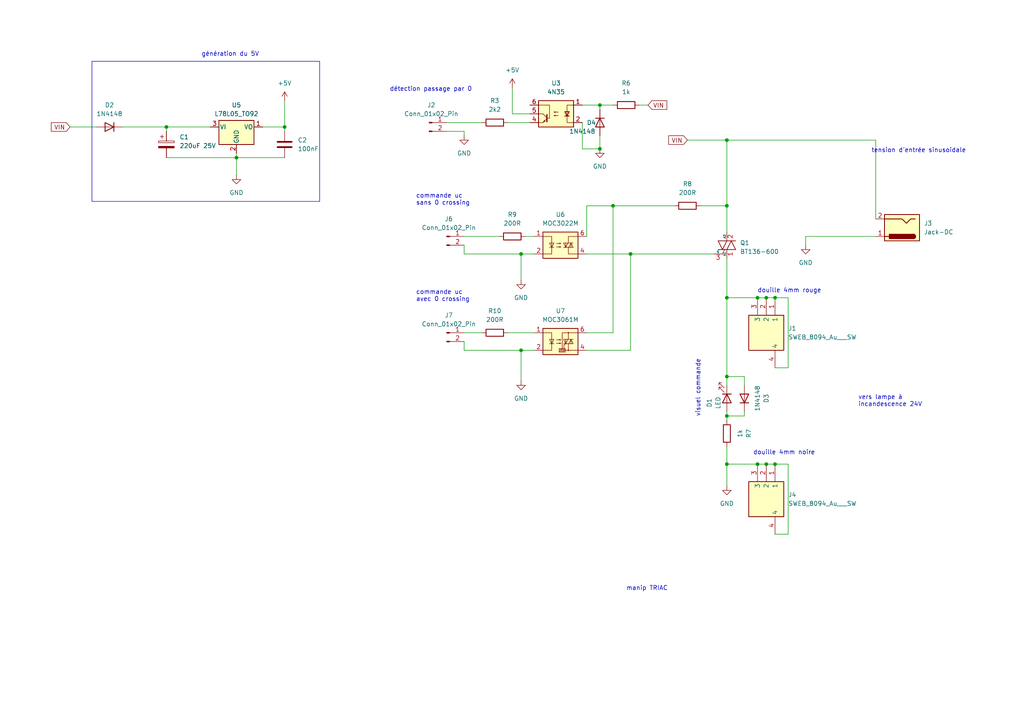
<source format=kicad_sch>
(kicad_sch (version 20230121) (generator eeschema)
  (paper "A4")
  (lib_symbols
    (symbol "Connector:Conn_01x02_Pin" (pin_names (offset 1.016) hide)
      (property "Reference" "J" (at 0 2.54 0))
      (property "Value" "Conn_01x02_Pin" (at 0 -5.08 0))
      (symbol "Conn_01x02_Pin_1_1"
        (polyline (pts (xy 1.27 -2.54) (xy 0.8636 -2.54)) (stroke (width 0.1524)))
        (polyline (pts (xy 1.27 0) (xy 0.8636 0)) (stroke (width 0.1524)))
        (rectangle (start 0.8636 -2.413) (end 0 -2.667) (stroke (width 0.1524)) (fill (type outline)))
        (rectangle (start 0.8636 0.127) (end 0 -0.127) (stroke (width 0.1524)) (fill (type outline)))
        (pin passive line (at 5.08 0 180) (length 3.81) (name "Pin_1") (number "1"))
        (pin passive line (at 5.08 -2.54 180) (length 3.81) (name "Pin_2") (number "2"))
      )
    )
    (symbol "Connector:Jack-DC" (pin_names (offset 1.016))
      (property "Reference" "J" (at 0 5.334 0))
      (property "Value" "Jack-DC" (at 0 -5.08 0))
      (symbol "Jack-DC_0_1"
        (rectangle (start -5.08 3.81) (end 5.08 -3.81) (stroke (width 0.254)) (fill (type background)))
        (arc (start -3.302 3.175) (mid -3.9343 2.54) (end -3.302 1.905) (stroke (width 0.254)))
        (arc (start -3.302 3.175) (mid -3.9343 2.54) (end -3.302 1.905) (stroke (width 0.254)) (fill (type outline)))
        (polyline (pts (xy 5.08 2.54) (xy 3.81 2.54)) (stroke (width 0.254)))
        (polyline (pts (xy -3.81 -2.54) (xy -2.54 -2.54) (xy -1.27 -1.27) (xy 0 -2.54) (xy 2.54 -2.54) (xy 5.08 -2.54)) (stroke (width 0.254)))
        (rectangle (start 3.683 3.175) (end -3.302 1.905) (stroke (width 0.254)) (fill (type outline)))
      )
      (symbol "Jack-DC_1_1"
        (pin passive line (at 7.62 2.54 180) (length 2.54) (name "~") (number "1"))
        (pin passive line (at 7.62 -2.54 180) (length 2.54) (name "~") (number "2"))
      )
    )
    (symbol "Device:C" (pin_numbers hide) (pin_names (offset 0.254))
      (property "Reference" "C" (at 0.635 2.54 0))
      (property "Value" "C" (at 0.635 -2.54 0))
      (symbol "C_0_1"
        (polyline (pts (xy -2.032 -0.762) (xy 2.032 -0.762)) (stroke (width 0.508)))
        (polyline (pts (xy -2.032 0.762) (xy 2.032 0.762)) (stroke (width 0.508)))
      )
      (symbol "C_1_1"
        (pin passive line (at 0 3.81 270) (length 2.794) (name "~") (number "1"))
        (pin passive line (at 0 -3.81 90) (length 2.794) (name "~") (number "2"))
      )
    )
    (symbol "Device:C_Polarized" (pin_numbers hide) (pin_names (offset 0.254))
      (property "Reference" "C" (at 0.635 2.54 0))
      (property "Value" "C_Polarized" (at 0.635 -2.54 0))
      (symbol "C_Polarized_0_1"
        (rectangle (start -2.286 0.508) (end 2.286 1.016))
        (polyline (pts (xy -1.778 2.286) (xy -0.762 2.286)))
        (polyline (pts (xy -1.27 2.794) (xy -1.27 1.778)))
        (rectangle (start 2.286 -0.508) (end -2.286 -1.016) (fill (type outline)))
      )
      (symbol "C_Polarized_1_1"
        (pin passive line (at 0 3.81 270) (length 2.794) (name "~") (number "1"))
        (pin passive line (at 0 -3.81 90) (length 2.794) (name "~") (number "2"))
      )
    )
    (symbol "Device:LED" (pin_numbers hide) (pin_names (offset 1.016) hide)
      (property "Reference" "D" (at 0 2.54 0))
      (property "Value" "LED" (at 0 -2.54 0))
      (symbol "LED_0_1"
        (polyline (pts (xy -1.27 -1.27) (xy -1.27 1.27)) (stroke (width 0.254)))
        (polyline (pts (xy -1.27 0) (xy 1.27 0)))
        (polyline (pts (xy 1.27 -1.27) (xy 1.27 1.27) (xy -1.27 0) (xy 1.27 -1.27)) (stroke (width 0.254)))
        (polyline (pts (xy -3.048 -0.762) (xy -4.572 -2.286) (xy -3.81 -2.286) (xy -4.572 -2.286) (xy -4.572 -1.524)))
        (polyline (pts (xy -1.778 -0.762) (xy -3.302 -2.286) (xy -2.54 -2.286) (xy -3.302 -2.286) (xy -3.302 -1.524)))
      )
      (symbol "LED_1_1"
        (pin passive line (at -3.81 0 0) (length 2.54) (name "K") (number "1"))
        (pin passive line (at 3.81 0 180) (length 2.54) (name "A") (number "2"))
      )
    )
    (symbol "Device:R" (pin_numbers hide) (pin_names (offset 0))
      (property "Reference" "R" (at 2.032 0 90))
      (property "Value" "R" (at 0 0 90))
      (symbol "R_0_1"
        (rectangle (start -1.016 -2.54) (end 1.016 2.54) (stroke (width 0.254)))
      )
      (symbol "R_1_1"
        (pin passive line (at 0 3.81 270) (length 1.27) (name "~") (number "1"))
        (pin passive line (at 0 -3.81 90) (length 1.27) (name "~") (number "2"))
      )
    )
    (symbol "Diode:1N4148" (pin_numbers hide) (pin_names hide)
      (property "Reference" "D" (at 0 2.54 0))
      (property "Value" "1N4148" (at 0 -2.54 0))
      (symbol "1N4148_0_1"
        (polyline (pts (xy -1.27 1.27) (xy -1.27 -1.27)) (stroke (width 0.254)))
        (polyline (pts (xy 1.27 0) (xy -1.27 0)))
        (polyline (pts (xy 1.27 1.27) (xy 1.27 -1.27) (xy -1.27 0) (xy 1.27 1.27)) (stroke (width 0.254)))
      )
      (symbol "1N4148_1_1"
        (pin passive line (at -3.81 0 0) (length 2.54) (name "K") (number "1"))
        (pin passive line (at 3.81 0 180) (length 2.54) (name "A") (number "2"))
      )
    )
    (symbol "Isolator:4N35" (pin_names (offset 1.016))
      (property "Reference" "U" (at -5.08 5.08 0))
      (property "Value" "4N35" (at 0 5.08 0))
      (symbol "4N35_0_1"
        (rectangle (start -5.08 3.81) (end 5.08 -3.81) (stroke (width 0.254)) (fill (type background)))
        (polyline (pts (xy -3.81 -0.635) (xy -2.54 -0.635)) (stroke (width 0.254)))
        (polyline (pts (xy 2.667 -1.397) (xy 3.81 -2.54)))
        (polyline (pts (xy 2.667 -1.143) (xy 3.81 0)))
        (polyline (pts (xy 3.81 -2.54) (xy 5.08 -2.54)))
        (polyline (pts (xy 3.81 0) (xy 5.08 0)))
        (polyline (pts (xy 2.667 -0.254) (xy 2.667 -2.286) (xy 2.667 -2.286)) (stroke (width 0.3556)))
        (polyline (pts (xy -5.08 -2.54) (xy -3.175 -2.54) (xy -3.175 2.54) (xy -5.08 2.54)))
        (polyline (pts (xy -3.175 -0.635) (xy -3.81 0.635) (xy -2.54 0.635) (xy -3.175 -0.635)) (stroke (width 0.254)))
        (polyline (pts (xy 3.683 -2.413) (xy 3.429 -1.905) (xy 3.175 -2.159) (xy 3.683 -2.413)))
        (polyline (pts (xy 5.08 2.54) (xy 1.905 2.54) (xy 1.905 -1.27) (xy 2.54 -1.27)))
        (polyline (pts (xy -0.635 -0.508) (xy 0.635 -0.508) (xy 0.254 -0.635) (xy 0.254 -0.381) (xy 0.635 -0.508)))
        (polyline (pts (xy -0.635 0.508) (xy 0.635 0.508) (xy 0.254 0.381) (xy 0.254 0.635) (xy 0.635 0.508)))
      )
      (symbol "4N35_1_1"
        (pin passive line (at -7.62 2.54 0) (length 2.54) (name "~") (number "1"))
        (pin passive line (at -7.62 -2.54 0) (length 2.54) (name "~") (number "2"))
        (pin no_connect line (at -5.08 0 0) (length 2.54) hide (name "NC") (number "3"))
        (pin passive line (at 7.62 -2.54 180) (length 2.54) (name "~") (number "4"))
        (pin passive line (at 7.62 0 180) (length 2.54) (name "~") (number "5"))
        (pin passive line (at 7.62 2.54 180) (length 2.54) (name "~") (number "6"))
      )
    )
    (symbol "Regulator_Linear:L78L05_TO92" (pin_names (offset 0.254))
      (property "Reference" "U" (at -3.81 3.175 0))
      (property "Value" "L78L05_TO92" (at 0 3.175 0))
      (symbol "L78L05_TO92_0_1"
        (rectangle (start -5.08 -5.08) (end 5.08 1.905) (stroke (width 0.254)) (fill (type background)))
      )
      (symbol "L78L05_TO92_1_1"
        (pin power_out line (at 7.62 0 180) (length 2.54) (name "VO") (number "1"))
        (pin power_in line (at 0 -7.62 90) (length 2.54) (name "GND") (number "2"))
        (pin power_in line (at -7.62 0 0) (length 2.54) (name "VI") (number "3"))
      )
    )
    (symbol "Relay_SolidState:MOC3022M"
      (property "Reference" "U" (at -5.334 4.826 0))
      (property "Value" "MOC3022M" (at 0 5.08 0))
      (symbol "MOC3022M_0_1"
        (rectangle (start -5.08 3.81) (end 5.08 -3.81) (stroke (width 0.254)) (fill (type background)))
        (polyline (pts (xy -3.175 -0.635) (xy -1.905 -0.635)))
        (polyline (pts (xy 1.524 -0.635) (xy 1.524 0.635)))
        (polyline (pts (xy 3.048 0.635) (xy 3.048 -0.635)))
        (polyline (pts (xy 2.286 -0.635) (xy 2.286 -2.54) (xy 5.08 -2.54)))
        (polyline (pts (xy 2.286 0.635) (xy 2.286 2.54) (xy 5.08 2.54)))
        (polyline (pts (xy -5.08 2.54) (xy -2.54 2.54) (xy -2.54 -2.54) (xy -5.08 -2.54)))
        (polyline (pts (xy -2.54 -0.635) (xy -3.175 0.635) (xy -1.905 0.635) (xy -2.54 -0.635)))
        (polyline (pts (xy 0.889 -0.635) (xy 3.683 -0.635) (xy 3.048 0.635) (xy 2.413 -0.635)))
        (polyline (pts (xy 3.683 0.635) (xy 0.889 0.635) (xy 1.524 -0.635) (xy 2.159 0.635)))
        (polyline (pts (xy -1.143 -0.508) (xy 0.127 -0.508) (xy -0.254 -0.635) (xy -0.254 -0.381) (xy 0.127 -0.508)))
        (polyline (pts (xy -1.143 0.508) (xy 0.127 0.508) (xy -0.254 0.381) (xy -0.254 0.635) (xy 0.127 0.508)))
      )
      (symbol "MOC3022M_1_1"
        (pin passive line (at -7.62 2.54 0) (length 2.54) (name "~") (number "1"))
        (pin passive line (at -7.62 -2.54 0) (length 2.54) (name "~") (number "2"))
        (pin no_connect line (at -5.08 0 0) (length 2.54) hide (name "NC") (number "3"))
        (pin passive line (at 7.62 -2.54 180) (length 2.54) (name "~") (number "4"))
        (pin no_connect line (at 5.08 0 180) (length 2.54) hide (name "NC") (number "5"))
        (pin passive line (at 7.62 2.54 180) (length 2.54) (name "~") (number "6"))
      )
    )
    (symbol "Relay_SolidState:MOC3061M"
      (property "Reference" "U" (at -5.08 5.08 0))
      (property "Value" "MOC3061M" (at 0 5.08 0))
      (symbol "MOC3061M_0_0"
        (rectangle (start -0.381 -2.032) (end 1.397 -3.048))
        (polyline (pts (xy 2.286 -2.54) (xy 1.397 -2.54)))
        (polyline (pts (xy 1.524 -0.635) (xy 1.016 -1.016) (xy 1.016 -2.032)))
        (text "ZCD" (at 0.508 -2.54 0) (effects (font (size 0.508 0.508))))
      )
      (symbol "MOC3061M_0_1"
        (rectangle (start -5.08 3.81) (end 5.08 -3.81) (stroke (width 0.254)) (fill (type background)))
        (polyline (pts (xy -3.175 -0.635) (xy -1.905 -0.635)))
        (polyline (pts (xy 1.524 -0.635) (xy 1.524 0.635)))
        (polyline (pts (xy 3.048 0.635) (xy 3.048 -0.635)))
        (polyline (pts (xy 2.286 -0.635) (xy 2.286 -2.54) (xy 5.08 -2.54)))
        (polyline (pts (xy 2.286 0.635) (xy 2.286 2.54) (xy 5.08 2.54)))
        (polyline (pts (xy 2.286 2.54) (xy 0.508 2.54) (xy 0.508 -2.032)))
        (polyline (pts (xy -5.08 2.54) (xy -2.54 2.54) (xy -2.54 -2.54) (xy -5.08 -2.54)))
        (polyline (pts (xy -2.54 -0.635) (xy -3.175 0.635) (xy -1.905 0.635) (xy -2.54 -0.635)))
        (polyline (pts (xy 0.889 -0.635) (xy 3.683 -0.635) (xy 3.048 0.635) (xy 2.413 -0.635)))
        (polyline (pts (xy 3.683 0.635) (xy 0.889 0.635) (xy 1.524 -0.635) (xy 2.159 0.635)))
        (polyline (pts (xy -1.143 -0.508) (xy 0.127 -0.508) (xy -0.254 -0.635) (xy -0.254 -0.381) (xy 0.127 -0.508)))
        (polyline (pts (xy -1.143 0.508) (xy 0.127 0.508) (xy -0.254 0.381) (xy -0.254 0.635) (xy 0.127 0.508)))
        (circle (center 2.286 -2.54) (radius 0.127))
        (circle (center 2.286 2.54) (radius 0.127))
      )
      (symbol "MOC3061M_1_1"
        (pin passive line (at -7.62 2.54 0) (length 2.54) (name "~") (number "1"))
        (pin passive line (at -7.62 -2.54 0) (length 2.54) (name "~") (number "2"))
        (pin no_connect line (at -5.08 0 0) (length 2.54) hide (name "NC") (number "3"))
        (pin passive line (at 7.62 -2.54 180) (length 2.54) (name "~") (number "4"))
        (pin no_connect line (at 5.08 0 180) (length 2.54) hide (name "NC") (number "5"))
        (pin passive line (at 7.62 2.54 180) (length 2.54) (name "~") (number "6"))
      )
    )
    (symbol "SamacSys_Parts:SWEB_8094_Au___SW"
      (property "Reference" "J" (at 16.51 7.62 0))
      (property "Value" "SWEB_8094_Au___SW" (at 16.51 5.08 0))
      (symbol "SWEB_8094_Au___SW_1_1"
        (rectangle (start 5.08 2.54) (end 15.24 -7.62) (stroke (width 0.254)) (fill (type background)))
        (pin passive line (at 0 0 0) (length 5.08) (name "1") (number "1"))
        (pin passive line (at 0 -2.54 0) (length 5.08) (name "2") (number "2"))
        (pin passive line (at 0 -5.08 0) (length 5.08) (name "3") (number "3"))
        (pin passive line (at 20.32 0 180) (length 5.08) (name "4") (number "4"))
      )
    )
    (symbol "Triac_Thyristor:BT136-600" (pin_names (offset 0))
      (property "Reference" "Q" (at 5.08 1.905 0))
      (property "Value" "BT136-600" (at 5.08 0 0))
      (symbol "BT136-600_0_1"
        (polyline (pts (xy -2.54 -1.27) (xy 2.54 -1.27)) (stroke (width 0.2032)))
        (polyline (pts (xy -2.54 1.27) (xy 2.54 1.27)) (stroke (width 0.2032)))
        (polyline (pts (xy -1.27 -2.54) (xy -0.635 -1.27)))
        (polyline (pts (xy -2.54 1.27) (xy -1.27 -1.27) (xy 0 1.27)) (stroke (width 0.2032)))
        (polyline (pts (xy 0 -1.27) (xy 1.27 1.27) (xy 2.54 -1.27)) (stroke (width 0.2032)))
      )
      (symbol "BT136-600_1_1"
        (pin passive line (at 0 -3.81 90) (length 2.54) (name "A1") (number "1"))
        (pin passive line (at 0 3.81 270) (length 2.54) (name "A2") (number "2"))
        (pin input line (at -3.81 -2.54 0) (length 2.54) (name "G") (number "3"))
      )
    )
    (symbol "power:+5V" (power) (pin_names (offset 0))
      (property "Value" "+5V" (at 0 3.556 0))
      (symbol "+5V_0_1"
        (polyline (pts (xy -0.762 1.27) (xy 0 2.54)))
        (polyline (pts (xy 0 0) (xy 0 2.54)))
        (polyline (pts (xy 0 2.54) (xy 0.762 1.27)))
      )
      (symbol "+5V_1_1"
        (pin power_in line (at 0 0 90) (length 0) hide (name "+5V") (number "1"))
      )
    )
    (symbol "power:GND" (power) (pin_names (offset 0))
      (property "Value" "GND" (at 0 -3.81 0))
      (symbol "GND_0_1"
        (polyline (pts (xy 0 0) (xy 0 -1.27) (xy 1.27 -1.27) (xy 0 -2.54) (xy -1.27 -1.27) (xy 0 -1.27)))
      )
      (symbol "GND_1_1"
        (pin power_in line (at 0 0 270) (length 0) hide (name "GND") (number "1"))
      )
    )
  )
  (junction (at 224.79 86.36))
  (junction (at 173.99 30.48))
  (junction (at 210.82 86.36))
  (junction (at 210.82 40.64))
  (junction (at 210.82 59.69))
  (junction (at 219.71 86.36))
  (junction (at 222.25 134.62))
  (junction (at 177.8 59.69))
  (junction (at 210.82 109.22))
  (junction (at 173.99 43.18))
  (junction (at 219.71 134.62))
  (junction (at 210.82 134.62))
  (junction (at 82.55 36.83))
  (junction (at 222.25 86.36))
  (junction (at 48.26 36.83))
  (junction (at 182.88 73.66))
  (junction (at 224.79 134.62))
  (junction (at 151.13 101.6))
  (junction (at 68.58 45.72))
  (junction (at 210.82 120.65))
  (junction (at 151.13 73.66))
  (wire (pts (xy 215.9 109.22) (xy 215.9 111.76)))
  (wire (pts (xy 147.32 96.52) (xy 154.94 96.52)))
  (wire (pts (xy 199.39 40.64) (xy 210.82 40.64)))
  (wire (pts (xy 177.8 96.52) (xy 177.8 59.69)))
  (wire (pts (xy 203.2 59.69) (xy 210.82 59.69)))
  (wire (pts (xy 219.71 134.62) (xy 222.25 134.62)))
  (wire (pts (xy 168.91 43.18) (xy 173.99 43.18)))
  (wire (pts (xy 182.88 101.6) (xy 182.88 73.66)))
  (wire (pts (xy 68.58 45.72) (xy 68.58 50.8)))
  (wire (pts (xy 254 40.64) (xy 210.82 40.64)))
  (wire (pts (xy 210.82 109.22) (xy 215.9 109.22)))
  (wire (pts (xy 134.62 38.1) (xy 134.62 39.37)))
  (wire (pts (xy 228.6 106.68) (xy 228.6 86.36)))
  (wire (pts (xy 182.88 73.66) (xy 207.01 73.66)))
  (wire (pts (xy 82.55 36.83) (xy 82.55 38.1)))
  (wire (pts (xy 215.9 120.65) (xy 210.82 120.65)))
  (wire (pts (xy 153.67 35.56) (xy 147.32 35.56)))
  (wire (pts (xy 210.82 74.93) (xy 210.82 86.36)))
  (wire (pts (xy 224.79 86.36) (xy 228.6 86.36)))
  (wire (pts (xy 170.18 101.6) (xy 182.88 101.6)))
  (wire (pts (xy 210.82 86.36) (xy 219.71 86.36)))
  (wire (pts (xy 151.13 110.49) (xy 151.13 101.6)))
  (wire (pts (xy 152.4 68.58) (xy 154.94 68.58)))
  (wire (pts (xy 170.18 59.69) (xy 177.8 59.69)))
  (wire (pts (xy 134.62 99.06) (xy 134.62 101.6)))
  (wire (pts (xy 210.82 120.65) (xy 210.82 121.92)))
  (wire (pts (xy 254 63.5) (xy 254 40.64)))
  (wire (pts (xy 233.68 68.58) (xy 233.68 71.12)))
  (wire (pts (xy 210.82 40.64) (xy 210.82 59.69)))
  (wire (pts (xy 210.82 59.69) (xy 210.82 67.31)))
  (wire (pts (xy 170.18 96.52) (xy 177.8 96.52)))
  (wire (pts (xy 210.82 119.38) (xy 210.82 120.65)))
  (wire (pts (xy 48.26 45.72) (xy 68.58 45.72)))
  (wire (pts (xy 177.8 59.69) (xy 195.58 59.69)))
  (wire (pts (xy 215.9 119.38) (xy 215.9 120.65)))
  (wire (pts (xy 233.68 68.58) (xy 254 68.58)))
  (wire (pts (xy 185.42 30.48) (xy 187.96 30.48)))
  (wire (pts (xy 173.99 39.37) (xy 173.99 43.18)))
  (wire (pts (xy 228.6 154.94) (xy 228.6 134.62)))
  (wire (pts (xy 222.25 134.62) (xy 224.79 134.62)))
  (wire (pts (xy 48.26 36.83) (xy 48.26 38.1)))
  (wire (pts (xy 76.2 36.83) (xy 82.55 36.83)))
  (wire (pts (xy 20.32 36.83) (xy 27.94 36.83)))
  (wire (pts (xy 68.58 44.45) (xy 68.58 45.72)))
  (wire (pts (xy 210.82 129.54) (xy 210.82 134.62)))
  (wire (pts (xy 224.79 134.62) (xy 228.6 134.62)))
  (wire (pts (xy 134.62 71.12) (xy 134.62 73.66)))
  (wire (pts (xy 129.54 35.56) (xy 139.7 35.56)))
  (wire (pts (xy 153.67 33.02) (xy 148.59 33.02)))
  (wire (pts (xy 168.91 30.48) (xy 173.99 30.48)))
  (wire (pts (xy 35.56 36.83) (xy 48.26 36.83)))
  (wire (pts (xy 224.79 154.94) (xy 228.6 154.94)))
  (wire (pts (xy 210.82 109.22) (xy 210.82 111.76)))
  (wire (pts (xy 170.18 73.66) (xy 182.88 73.66)))
  (wire (pts (xy 68.58 45.72) (xy 82.55 45.72)))
  (wire (pts (xy 151.13 101.6) (xy 154.94 101.6)))
  (wire (pts (xy 219.71 86.36) (xy 222.25 86.36)))
  (wire (pts (xy 170.18 68.58) (xy 170.18 59.69)))
  (wire (pts (xy 222.25 86.36) (xy 224.79 86.36)))
  (wire (pts (xy 134.62 68.58) (xy 144.78 68.58)))
  (wire (pts (xy 173.99 30.48) (xy 173.99 31.75)))
  (wire (pts (xy 134.62 73.66) (xy 151.13 73.66)))
  (wire (pts (xy 210.82 134.62) (xy 210.82 140.97)))
  (wire (pts (xy 48.26 36.83) (xy 60.96 36.83)))
  (wire (pts (xy 224.79 106.68) (xy 228.6 106.68)))
  (wire (pts (xy 82.55 29.21) (xy 82.55 36.83)))
  (wire (pts (xy 134.62 96.52) (xy 139.7 96.52)))
  (wire (pts (xy 151.13 101.6) (xy 134.62 101.6)))
  (wire (pts (xy 151.13 73.66) (xy 151.13 81.28)))
  (wire (pts (xy 168.91 35.56) (xy 168.91 43.18)))
  (wire (pts (xy 177.8 30.48) (xy 173.99 30.48)))
  (wire (pts (xy 210.82 109.22) (xy 210.82 86.36)))
  (wire (pts (xy 154.94 73.66) (xy 151.13 73.66)))
  (wire (pts (xy 129.54 38.1) (xy 134.62 38.1)))
  (wire (pts (xy 210.82 134.62) (xy 219.71 134.62)))
  (wire (pts (xy 148.59 25.4) (xy 148.59 33.02)))
  (rectangle (start 26.67 17.78) (end 92.71 58.42))
  (text "commande uc\nsans 0 crossing" (at 120.65 59.69 0) (effects (font (size 1.27 1.27)) (justify left bottom)))
  (text "vers lampe à \nincandescence 24V " (at 248.92 118.11 0) (effects (font (size 1.27 1.27)) (justify left bottom)))
  (text "douille 4mm noire" (at 218.44 132.08 0) (effects (font (size 1.27 1.27)) (justify left bottom)))
  (text "commande uc\navec 0 crossing" (at 120.65 87.63 0) (effects (font (size 1.27 1.27)) (justify left bottom)))
  (text "visuel commande\n" (at 203.2 104.14 90) (effects (font (size 1.27 1.27)) (justify right bottom)))
  (text "détection passage par 0\n" (at 113.03 26.67 0) (effects (font (size 1.27 1.27)) (justify left bottom)))
  (text "manip TRIAC" (at 181.61 171.45 0) (effects (font (size 1.27 1.27)) (justify left bottom)))
  (text "douille 4mm rouge" (at 219.71 85.09 0) (effects (font (size 1.27 1.27)) (justify left bottom)))
  (text "tension d'entrée sinusoidale" (at 252.73 44.45 0) (effects (font (size 1.27 1.27)) (justify left bottom)))
  (text "génération du 5V" (at 58.42 16.51 0) (effects (font (size 1.27 1.27)) (justify left bottom)))
  (global_label "VIN" (shape input) (at 199.39 40.64 180) (property "Intersheetrefs" "${INTERSHEET_REFS}" (effects hide)))
  (global_label "VIN" (shape input) (at 187.96 30.48 0) (property "Intersheetrefs" "${INTERSHEET_REFS}" (effects hide)))
  (global_label "VIN" (shape input) (at 20.32 36.83 180) (property "Intersheetrefs" "${INTERSHEET_REFS}" (effects hide)))
  (symbol (lib_id "Device:R") (at 199.39 59.69 90) (unit 1)
    (property "Reference" "R8" (at 199.39 53.34 90))
    (property "Value" "200R" (at 199.39 55.88 90))
    (property "Footprint" "Resistor_THT:R_Axial_DIN0207_L6.3mm_D2.5mm_P10.16mm_Horizontal" (effects hide))
  )
  (symbol (lib_id "Relay_SolidState:MOC3061M") (at 162.56 99.06 0) (unit 1)
    (property "Reference" "U7" (at 162.56 90.17 0))
    (property "Value" "MOC3061M" (at 162.56 92.71 0))
    (property "Footprint" "Package_DIP:DIP-6_W7.62mm" (effects hide))
    (property "Datasheet" "https://www.onsemi.com/pub/Collateral/MOC3163M-D.pdf" (effects hide))
  )
  (symbol (lib_id "Device:R") (at 210.82 125.73 0) (unit 1)
    (property "Reference" "R7" (at 217.17 125.73 90))
    (property "Value" "1k" (at 214.63 125.73 90))
    (property "Footprint" "Resistor_THT:R_Axial_DIN0207_L6.3mm_D2.5mm_P10.16mm_Horizontal" (effects hide))
  )
  (symbol (lib_id "power:+5V") (at 82.55 29.21 0) (unit 1)
    (property "Reference" "#PWR011" (effects hide))
    (property "Value" "+5V" (at 82.55 24.13 0))
  )
  (symbol (lib_id "SamacSys_Parts:SWEB_8094_Au___SW") (at 224.79 86.36 270) (unit 1)
    (property "Reference" "J1" (at 228.6 95.25 90) (effects (justify left)))
    (property "Value" "SWEB_8094_Au___SW" (at 228.6 97.79 90) (effects (justify left)))
    (property "Footprint" "SamacSys_Parts:douille_4mm_SWEB_8094_rouge" (effects hide))
    (property "Datasheet" "https://docs.rs-online.com/5e82/0900766b815e909b.pdf" (effects hide))
    (property "Height" "11.5" (effects hide))
    (property "Manufacturer_Name" "Schutzinger" (effects hide))
    (property "Manufacturer_Part_Number" "SWEB 8094 Au / SW" (effects hide))
  )
  (symbol (lib_id "power:+5V") (at 148.59 25.4 0) (mirror y) (unit 1)
    (property "Reference" "#PWR05" (effects hide))
    (property "Value" "+5V" (at 148.59 20.32 0))
  )
  (symbol (lib_id "Connector:Conn_01x02_Pin") (at 129.54 68.58 0) (unit 1)
    (property "Reference" "J6" (at 130.175 63.5 0))
    (property "Value" "Conn_01x02_Pin" (at 130.175 66.04 0))
    (property "Footprint" "Connector_PinHeader_2.54mm:PinHeader_1x02_P2.54mm_Vertical" (effects hide))
  )
  (symbol (lib_id "power:GND") (at 151.13 110.49 0) (unit 1)
    (property "Reference" "#PWR014" (effects hide))
    (property "Value" "GND" (at 151.13 115.57 0))
  )
  (symbol (lib_id "power:GND") (at 151.13 81.28 0) (unit 1)
    (property "Reference" "#PWR09" (effects hide))
    (property "Value" "GND" (at 151.13 86.36 0))
  )
  (symbol (lib_id "power:GND") (at 173.99 43.18 0) (mirror y) (unit 1)
    (property "Reference" "#PWR08" (effects hide))
    (property "Value" "GND" (at 173.99 48.26 0))
  )
  (symbol (lib_id "Triac_Thyristor:BT136-600") (at 210.82 71.12 0) (unit 1)
    (property "Reference" "Q1" (at 214.63 70.4342 0) (effects (justify left)))
    (property "Value" "BT136-600" (at 214.63 72.9742 0) (effects (justify left)))
    (property "Footprint" "Package_TO_SOT_THT:TO-220-3_Vertical" (effects hide))
    (property "Datasheet" "http://www.micropik.com/PDF/BT136-600.pdf" (effects hide))
  )
  (symbol (lib_id "Isolator:4N35") (at 161.29 33.02 0) (mirror y) (unit 1)
    (property "Reference" "U3" (at 161.29 24.13 0))
    (property "Value" "4N35" (at 161.29 26.67 0))
    (property "Footprint" "Package_DIP:DIP-6_W7.62mm" (effects hide))
    (property "Datasheet" "https://www.vishay.com/docs/81181/4n35.pdf" (effects hide))
  )
  (symbol (lib_id "Device:C_Polarized") (at 48.26 41.91 0) (unit 1)
    (property "Reference" "C1" (at 52.07 39.751 0) (effects (justify left)))
    (property "Value" "220uF 25V" (at 52.07 42.291 0) (effects (justify left)))
    (property "Footprint" "Capacitor_THT:CP_Radial_D8.0mm_P3.80mm" (effects hide))
  )
  (symbol (lib_id "Connector:Jack-DC") (at 261.62 66.04 180) (unit 1)
    (property "Reference" "J3" (at 267.97 64.77 0) (effects (justify right)))
    (property "Value" "Jack-DC" (at 267.97 67.31 0) (effects (justify right)))
    (property "Footprint" "SamacSys_Parts:BarrelJack_GCT_DCJ200-10-A_Horizontal_3D" (effects hide))
  )
  (symbol (lib_id "Device:R") (at 143.51 35.56 90) (mirror x) (unit 1)
    (property "Reference" "R3" (at 143.51 29.21 90))
    (property "Value" "2k2" (at 143.51 31.75 90))
    (property "Footprint" "Resistor_THT:R_Axial_DIN0207_L6.3mm_D2.5mm_P10.16mm_Horizontal" (effects hide))
  )
  (symbol (lib_id "Device:R") (at 143.51 96.52 90) (unit 1)
    (property "Reference" "R10" (at 143.51 90.17 90))
    (property "Value" "200R" (at 143.51 92.71 90))
    (property "Footprint" "Resistor_THT:R_Axial_DIN0207_L6.3mm_D2.5mm_P10.16mm_Horizontal" (effects hide))
  )
  (symbol (lib_id "power:GND") (at 134.62 39.37 0) (mirror y) (unit 1)
    (property "Reference" "#PWR02" (effects hide))
    (property "Value" "GND" (at 134.62 44.45 0))
  )
  (symbol (lib_id "Device:R") (at 148.59 68.58 90) (unit 1)
    (property "Reference" "R9" (at 148.59 62.23 90))
    (property "Value" "200R" (at 148.59 64.77 90))
    (property "Footprint" "Resistor_THT:R_Axial_DIN0207_L6.3mm_D2.5mm_P10.16mm_Horizontal" (effects hide))
  )
  (symbol (lib_id "SamacSys_Parts:SWEB_8094_Au___SW") (at 224.79 134.62 270) (unit 1)
    (property "Reference" "J4" (at 228.6 143.51 90) (effects (justify left)))
    (property "Value" "SWEB_8094_Au___SW" (at 228.6 146.05 90) (effects (justify left)))
    (property "Footprint" "SamacSys_Parts:douille_4mm_SWEB_8094_noire" (effects hide))
    (property "Datasheet" "https://docs.rs-online.com/5e82/0900766b815e909b.pdf" (effects hide))
    (property "Height" "11.5" (effects hide))
    (property "Manufacturer_Name" "Schutzinger" (effects hide))
    (property "Manufacturer_Part_Number" "SWEB 8094 Au / SW" (effects hide))
  )
  (symbol (lib_id "Relay_SolidState:MOC3022M") (at 162.56 71.12 0) (unit 1)
    (property "Reference" "U6" (at 162.56 62.23 0))
    (property "Value" "MOC3022M" (at 162.56 64.77 0))
    (property "Footprint" "Package_DIP:DIP-6_W7.62mm" (effects hide))
    (property "Datasheet" "https://www.onsemi.com/pub/Collateral/MOC3023M-D.PDF" (effects hide))
  )
  (symbol (lib_id "Device:R") (at 181.61 30.48 270) (mirror x) (unit 1)
    (property "Reference" "R6" (at 181.61 24.13 90))
    (property "Value" "1k" (at 181.61 26.67 90))
    (property "Footprint" "Resistor_THT:R_Axial_DIN0207_L6.3mm_D2.5mm_P10.16mm_Horizontal" (effects hide))
  )
  (symbol (lib_id "Diode:1N4148") (at 215.9 115.57 90) (unit 1)
    (property "Reference" "D3" (at 222.25 115.57 0))
    (property "Value" "1N4148" (at 219.71 115.57 0))
    (property "Footprint" "Diode_THT:D_DO-35_SOD27_P7.62mm_Horizontal" (effects hide))
    (property "Datasheet" "https://assets.nexperia.com/documents/data-sheet/1N4148_1N4448.pdf" (effects hide))
    (property "Sim.Device" "D" (effects hide))
    (property "Sim.Pins" "1=K 2=A" (effects hide))
  )
  (symbol (lib_id "Device:C") (at 82.55 41.91 0) (unit 1)
    (property "Reference" "C2" (at 86.36 40.64 0) (effects (justify left)))
    (property "Value" "100nF" (at 86.36 43.18 0) (effects (justify left)))
    (property "Footprint" "Capacitor_THT:C_Rect_L4.6mm_W3.8mm_P2.50mm_MKS02_FKP02" (effects hide))
  )
  (symbol (lib_id "power:GND") (at 233.68 71.12 0) (unit 1)
    (property "Reference" "#PWR012" (effects hide))
    (property "Value" "GND" (at 233.68 76.2 0))
  )
  (symbol (lib_id "Diode:1N4148") (at 173.99 35.56 270) (unit 1)
    (property "Reference" "D4" (at 170.18 35.56 90) (effects (justify left)))
    (property "Value" "1N4148" (at 165.1 38.1 90) (effects (justify left)))
    (property "Footprint" "Diode_THT:D_DO-35_SOD27_P7.62mm_Horizontal" (effects hide))
    (property "Datasheet" "https://assets.nexperia.com/documents/data-sheet/1N4148_1N4448.pdf" (effects hide))
    (property "Sim.Device" "D" (effects hide))
    (property "Sim.Pins" "1=K 2=A" (effects hide))
  )
  (symbol (lib_id "Diode:1N4148") (at 31.75 36.83 180) (unit 1)
    (property "Reference" "D2" (at 31.75 30.48 0))
    (property "Value" "1N4148" (at 31.75 33.02 0))
    (property "Footprint" "Diode_THT:D_DO-35_SOD27_P7.62mm_Horizontal" (effects hide))
    (property "Datasheet" "https://assets.nexperia.com/documents/data-sheet/1N4148_1N4448.pdf" (effects hide))
    (property "Sim.Device" "D" (effects hide))
    (property "Sim.Pins" "1=K 2=A" (effects hide))
  )
  (symbol (lib_id "Regulator_Linear:L78L05_TO92") (at 68.58 36.83 0) (unit 1)
    (property "Reference" "U5" (at 68.58 30.48 0))
    (property "Value" "L78L05_TO92" (at 68.58 33.02 0))
    (property "Footprint" "Package_TO_SOT_THT:TO-92_Inline" (effects hide))
    (property "Datasheet" "http://www.st.com/content/ccc/resource/technical/document/datasheet/15/55/e5/aa/23/5b/43/fd/CD00000446.pdf/files/CD00000446.pdf/jcr:content/translations/en.CD00000446.pdf" (effects hide))
  )
  (symbol (lib_id "power:GND") (at 68.58 50.8 0) (unit 1)
    (property "Reference" "#PWR010" (effects hide))
    (property "Value" "GND" (at 68.58 55.88 0))
  )
  (symbol (lib_id "power:GND") (at 210.82 140.97 0) (unit 1)
    (property "Reference" "#PWR013" (effects hide))
    (property "Value" "GND" (at 210.82 146.05 0))
  )
  (symbol (lib_id "Device:LED") (at 210.82 115.57 270) (unit 1)
    (property "Reference" "D1" (at 205.74 116.84 0))
    (property "Value" "LED" (at 208.28 116.84 0))
    (property "Footprint" "LED_THT:LED_D3.0mm" (effects hide))
  )
  (symbol (lib_id "Connector:Conn_01x02_Pin") (at 129.54 96.52 0) (unit 1)
    (property "Reference" "J7" (at 130.175 91.44 0))
    (property "Value" "Conn_01x02_Pin" (at 130.175 93.98 0))
    (property "Footprint" "Connector_PinHeader_2.54mm:PinHeader_1x02_P2.54mm_Vertical" (effects hide))
  )
  (symbol (lib_id "Connector:Conn_01x02_Pin") (at 124.46 35.56 0) (unit 1)
    (property "Reference" "J2" (at 125.095 30.48 0))
    (property "Value" "Conn_01x02_Pin" (at 125.095 33.02 0))
    (property "Footprint" "Connector_PinHeader_2.54mm:PinHeader_1x02_P2.54mm_Vertical" (effects hide))
  )
)
</source>
